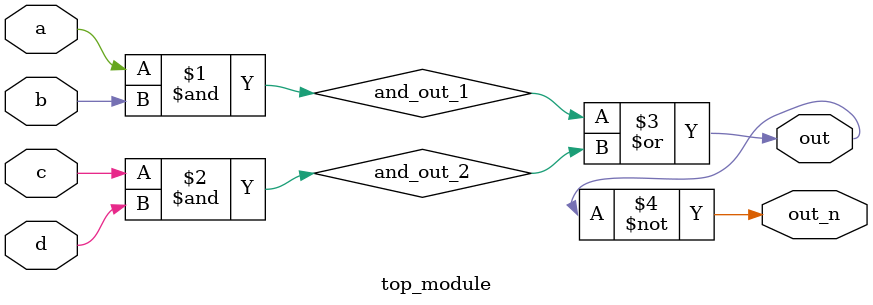
<source format=sv>
module top_module (
	input a,
	input b,
	input c,
	input d,
	output out,
	output out_n
);

wire and_out_1, and_out_2;

and(and_out_1, a, b);
and(and_out_2, c, d);

or(out, and_out_1, and_out_2);
not(out_n, out);

endmodule

</source>
